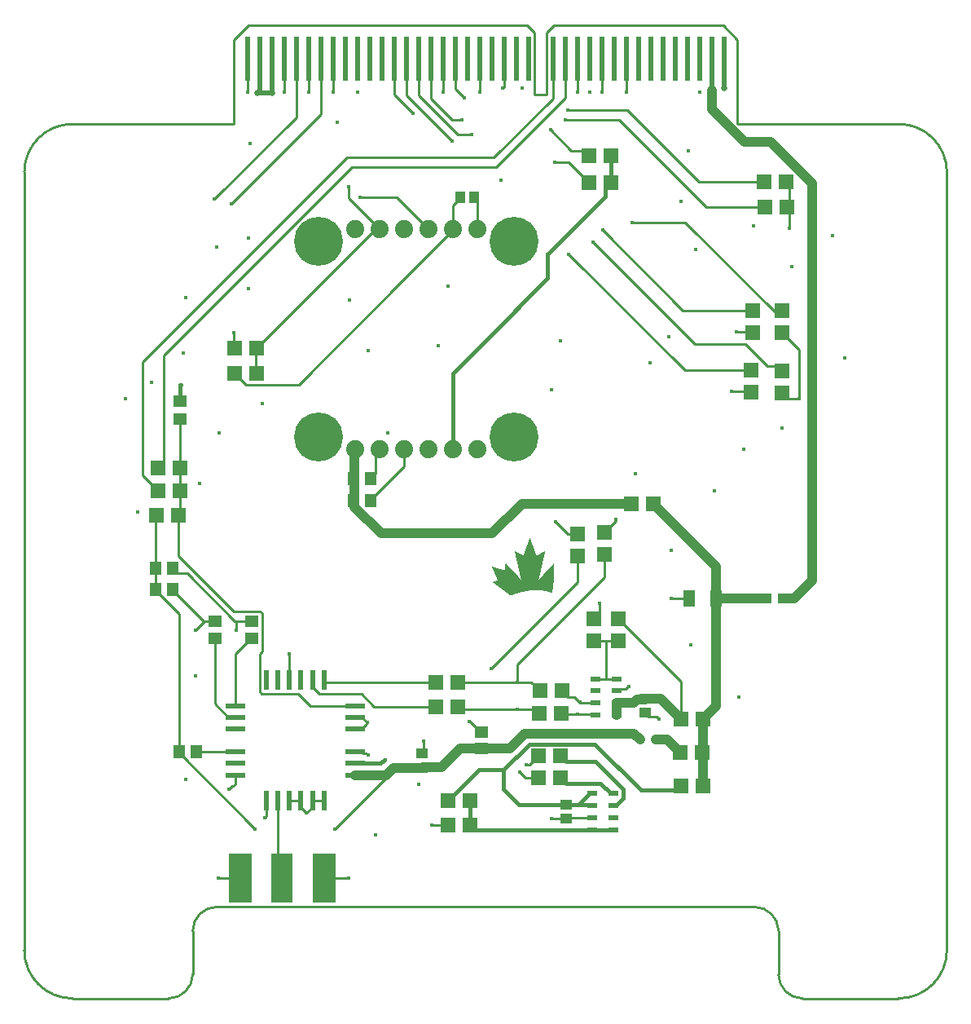
<source format=gbr>
%TF.GenerationSoftware,Altium Limited,Altium Designer,23.2.1 (34)*%
G04 Layer_Physical_Order=1*
G04 Layer_Color=39423*
%FSLAX45Y45*%
%MOMM*%
%TF.SameCoordinates,CECF9715-3839-4E6E-A075-D830FB70F3A2*%
%TF.FilePolarity,Positive*%
%TF.FileFunction,Copper,L1,Top,Signal*%
%TF.Part,Single*%
G01*
G75*
%TA.AperFunction,SMDPad,CuDef*%
%ADD10R,1.52400X1.52400*%
%ADD11R,1.52400X1.52400*%
%ADD12R,0.53000X4.57200*%
%ADD13R,1.30000X1.80000*%
%ADD14R,1.40000X1.20000*%
%ADD15R,1.05000X1.30000*%
%ADD16R,1.30000X1.05000*%
%ADD17R,0.60000X2.00000*%
%ADD18R,2.00000X0.60000*%
%ADD19R,1.10000X0.60000*%
%ADD20R,1.20000X1.40000*%
%ADD21R,1.09000X1.00000*%
%ADD22R,0.95000X0.70000*%
%ADD23R,2.41300X5.08000*%
%ADD24R,2.28600X5.08000*%
%TA.AperFunction,Conductor*%
%ADD25C,0.29337*%
%ADD26C,0.29300*%
%ADD27C,0.50000*%
%ADD28C,1.00000*%
%ADD29C,0.40600*%
%ADD30C,0.40640*%
%ADD31C,0.25400*%
%TA.AperFunction,NonConductor*%
%ADD32C,0.25400*%
%TA.AperFunction,ComponentPad*%
%ADD33C,5.08000*%
%ADD34C,1.87960*%
%TA.AperFunction,ViaPad*%
%ADD35C,0.44400*%
%ADD36C,0.63500*%
G36*
X5137950Y4459708D02*
Y4461094D01*
X5137256D01*
Y4464562D01*
X5136563D01*
Y4467335D01*
X5135870D01*
Y4470802D01*
X5135176D01*
Y4473576D01*
X5134483D01*
Y4476349D01*
X5133789D01*
Y4479816D01*
X5133096D01*
Y4482590D01*
X5132402D01*
Y4485364D01*
X5131709D01*
Y4488830D01*
X5131016D01*
Y4491604D01*
X5130322D01*
Y4494378D01*
X5129629D01*
Y4497845D01*
X5128935D01*
Y4500618D01*
X5128242D01*
Y4504085D01*
X5127549D01*
Y4506859D01*
X5126855D01*
Y4509633D01*
X5126162D01*
Y4513100D01*
X5125469D01*
Y4515873D01*
X5124775D01*
Y4518647D01*
X5124082D01*
Y4522114D01*
X5123388D01*
Y4524888D01*
X5122695D01*
Y4527661D01*
X5122001D01*
Y4531128D01*
X5121308D01*
Y4533902D01*
X5120615D01*
Y4537369D01*
X5119921D01*
Y4540142D01*
X5119228D01*
Y4542916D01*
X5118534D01*
Y4546383D01*
X5117841D01*
Y4549157D01*
X5117148D01*
Y4551930D01*
X5116454D01*
Y4555397D01*
X5115761D01*
Y4558171D01*
X5115067D01*
Y4560944D01*
X5114374D01*
Y4564411D01*
X5113681D01*
Y4567185D01*
X5112987D01*
Y4570652D01*
X5112294D01*
Y4573426D01*
X5111600D01*
Y4576199D01*
X5110907D01*
Y4579666D01*
X5110214D01*
Y4582440D01*
X5109520D01*
Y4585214D01*
X5108827D01*
Y4588681D01*
X5108133D01*
Y4591454D01*
X5107440D01*
Y4594228D01*
X5106746D01*
Y4597695D01*
X5106053D01*
Y4600469D01*
X5105360D01*
Y4603935D01*
X5104666D01*
Y4606709D01*
X5103973D01*
Y4609483D01*
X5103280D01*
Y4612950D01*
X5102586D01*
Y4615723D01*
X5101893D01*
Y4618497D01*
X5101199D01*
Y4621964D01*
X5100506D01*
Y4624738D01*
X5099813D01*
Y4627511D01*
X5099119D01*
Y4630978D01*
X5098426D01*
Y4633752D01*
X5097732D01*
Y4637219D01*
X5097039D01*
Y4639992D01*
X5096345D01*
Y4642766D01*
X5095652D01*
Y4645540D01*
X5097039D01*
Y4644846D01*
X5097732D01*
Y4644153D01*
X5099119D01*
Y4643460D01*
X5100506D01*
Y4642766D01*
X5101893D01*
Y4642073D01*
X5103280D01*
Y4641379D01*
X5104666D01*
Y4640686D01*
X5106053D01*
Y4639992D01*
X5107440D01*
Y4639299D01*
X5108827D01*
Y4638606D01*
X5109520D01*
Y4637912D01*
X5110907D01*
Y4637219D01*
X5112294D01*
Y4636525D01*
X5113681D01*
Y4635832D01*
X5115067D01*
Y4635139D01*
X5116454D01*
Y4634445D01*
X5117841D01*
Y4633752D01*
X5119228D01*
Y4633059D01*
X5120615D01*
Y4632365D01*
X5121308D01*
Y4631672D01*
X5122695D01*
Y4630978D01*
X5124082D01*
Y4630285D01*
X5125469D01*
Y4629591D01*
X5126855D01*
Y4628898D01*
X5128242D01*
Y4628205D01*
X5129629D01*
Y4627511D01*
X5131016D01*
Y4626818D01*
X5132402D01*
Y4626124D01*
X5133096D01*
Y4625431D01*
X5134483D01*
Y4624738D01*
X5135870D01*
Y4624044D01*
X5137256D01*
Y4623351D01*
X5138643D01*
Y4622658D01*
X5140030D01*
Y4621964D01*
X5141417D01*
Y4621271D01*
X5142804D01*
Y4620577D01*
X5144190D01*
Y4619884D01*
X5144884D01*
Y4619190D01*
X5146271D01*
Y4618497D01*
X5147657D01*
Y4617804D01*
X5149044D01*
Y4617110D01*
X5150431D01*
Y4616417D01*
X5151818D01*
Y4615723D01*
X5153205D01*
Y4615030D01*
X5154591D01*
Y4614336D01*
X5155978D01*
Y4613643D01*
X5156672D01*
Y4612950D01*
X5158059D01*
Y4612256D01*
X5159445D01*
Y4611563D01*
X5160832D01*
Y4610870D01*
X5162219D01*
Y4610176D01*
X5163606D01*
Y4609483D01*
X5164992D01*
Y4608789D01*
X5166379D01*
Y4608096D01*
X5167766D01*
Y4607403D01*
X5168460D01*
Y4606709D01*
X5169846D01*
Y4606016D01*
X5171233D01*
Y4605322D01*
X5172620D01*
Y4604629D01*
X5174007D01*
Y4603935D01*
X5175394D01*
Y4603242D01*
X5176780D01*
Y4602549D01*
X5178167D01*
Y4601855D01*
X5179554D01*
Y4601162D01*
X5180247D01*
Y4600469D01*
X5181634D01*
Y4599775D01*
X5183021D01*
Y4599082D01*
X5184408D01*
Y4598388D01*
X5185795D01*
Y4597695D01*
X5186488D01*
Y4598388D01*
X5187181D01*
Y4600469D01*
X5187875D01*
Y4602549D01*
X5188568D01*
Y4604629D01*
X5189262D01*
Y4606016D01*
X5189955D01*
Y4608096D01*
X5190648D01*
Y4610176D01*
X5191342D01*
Y4611563D01*
X5192035D01*
Y4613643D01*
X5192729D01*
Y4615723D01*
X5193422D01*
Y4617804D01*
X5194115D01*
Y4619190D01*
X5194809D01*
Y4621271D01*
X5195502D01*
Y4623351D01*
X5196196D01*
Y4624738D01*
X5196889D01*
Y4626818D01*
X5197582D01*
Y4628898D01*
X5198276D01*
Y4630978D01*
X5198969D01*
Y4632365D01*
X5199663D01*
Y4634445D01*
X5200356D01*
Y4636525D01*
X5201050D01*
Y4638606D01*
X5201743D01*
Y4639992D01*
X5202436D01*
Y4642073D01*
X5203130D01*
Y4644153D01*
X5203823D01*
Y4645540D01*
X5204516D01*
Y4647620D01*
X5205210D01*
Y4649700D01*
X5205903D01*
Y4651780D01*
X5206597D01*
Y4653167D01*
X5207290D01*
Y4655247D01*
X5207983D01*
Y4657327D01*
X5208677D01*
Y4658714D01*
X5209370D01*
Y4660795D01*
X5210064D01*
Y4662875D01*
X5210757D01*
Y4664955D01*
X5211451D01*
Y4666342D01*
X5212144D01*
Y4668422D01*
X5212837D01*
Y4670502D01*
X5213531D01*
Y4671889D01*
X5214224D01*
Y4673969D01*
X5214917D01*
Y4676050D01*
X5215611D01*
Y4678130D01*
X5216304D01*
Y4679516D01*
X5216998D01*
Y4681597D01*
X5217691D01*
Y4683677D01*
X5218385D01*
Y4685064D01*
X5219078D01*
Y4687144D01*
X5219771D01*
Y4689224D01*
X5220465D01*
Y4691304D01*
X5221158D01*
Y4692691D01*
X5221852D01*
Y4694771D01*
X5222545D01*
Y4696852D01*
X5223238D01*
Y4698932D01*
X5223932D01*
Y4700319D01*
X5224625D01*
Y4702399D01*
X5225318D01*
Y4704479D01*
X5226012D01*
Y4705866D01*
X5226705D01*
Y4707946D01*
X5227399D01*
Y4710026D01*
X5228092D01*
Y4712106D01*
X5228786D01*
Y4713493D01*
X5229479D01*
Y4715573D01*
X5230172D01*
Y4717654D01*
X5230866D01*
Y4719040D01*
X5231559D01*
Y4721121D01*
X5232253D01*
Y4723201D01*
X5232946D01*
Y4725281D01*
X5233639D01*
Y4726668D01*
X5234333D01*
Y4728748D01*
X5235026D01*
Y4730828D01*
X5235720D01*
Y4732215D01*
X5236413D01*
Y4734295D01*
X5237106D01*
Y4736376D01*
X5237800D01*
Y4738456D01*
X5238493D01*
Y4739843D01*
X5239187D01*
Y4741923D01*
X5239880D01*
Y4744003D01*
X5240573D01*
Y4746083D01*
X5241267D01*
Y4747470D01*
X5241960D01*
Y4749550D01*
X5242654D01*
Y4751630D01*
X5243347D01*
Y4753017D01*
X5244040D01*
Y4755097D01*
X5244734D01*
Y4757178D01*
X5245427D01*
Y4759258D01*
X5246121D01*
Y4760645D01*
X5246814D01*
Y4762725D01*
X5247507D01*
Y4764805D01*
X5248201D01*
Y4766192D01*
X5248894D01*
Y4768272D01*
X5249588D01*
Y4770352D01*
X5250281D01*
Y4772432D01*
X5250975D01*
Y4773819D01*
X5251668D01*
Y4775900D01*
X5252361D01*
Y4777980D01*
X5253055D01*
Y4779367D01*
X5253748D01*
Y4781447D01*
X5254441D01*
Y4782833D01*
X5255135D01*
Y4782140D01*
X5255828D01*
Y4780060D01*
X5256522D01*
Y4777980D01*
X5257215D01*
Y4775900D01*
X5257908D01*
Y4774513D01*
X5258602D01*
Y4772432D01*
X5259295D01*
Y4770352D01*
X5259989D01*
Y4768966D01*
X5260682D01*
Y4766885D01*
X5261376D01*
Y4764805D01*
X5262069D01*
Y4762725D01*
X5262762D01*
Y4761338D01*
X5263456D01*
Y4759258D01*
X5264149D01*
Y4757178D01*
X5264842D01*
Y4755791D01*
X5265536D01*
Y4753711D01*
X5266229D01*
Y4751630D01*
X5266923D01*
Y4749550D01*
X5267616D01*
Y4748163D01*
X5268310D01*
Y4746083D01*
X5269003D01*
Y4744003D01*
X5269696D01*
Y4742616D01*
X5270390D01*
Y4740536D01*
X5271083D01*
Y4738456D01*
X5271777D01*
Y4736376D01*
X5272470D01*
Y4734989D01*
X5273163D01*
Y4732908D01*
X5273857D01*
Y4730828D01*
X5274550D01*
Y4729442D01*
X5275243D01*
Y4727361D01*
X5275937D01*
Y4725281D01*
X5276630D01*
Y4723201D01*
X5277324D01*
Y4721814D01*
X5278017D01*
Y4719734D01*
X5278711D01*
Y4717654D01*
X5279404D01*
Y4715573D01*
X5280097D01*
Y4714187D01*
X5280791D01*
Y4712106D01*
X5281484D01*
Y4710026D01*
X5282178D01*
Y4708639D01*
X5282871D01*
Y4706559D01*
X5283564D01*
Y4704479D01*
X5284258D01*
Y4702399D01*
X5284951D01*
Y4701012D01*
X5285645D01*
Y4698932D01*
X5286338D01*
Y4696852D01*
X5287031D01*
Y4695465D01*
X5287725D01*
Y4693385D01*
X5288418D01*
Y4691304D01*
X5289112D01*
Y4689224D01*
X5289805D01*
Y4687837D01*
X5290498D01*
Y4685757D01*
X5291192D01*
Y4683677D01*
X5291885D01*
Y4682290D01*
X5292579D01*
Y4680210D01*
X5293272D01*
Y4678130D01*
X5293966D01*
Y4676050D01*
X5294659D01*
Y4674663D01*
X5295352D01*
Y4672582D01*
X5296046D01*
Y4670502D01*
X5296739D01*
Y4668422D01*
X5297432D01*
Y4667035D01*
X5298126D01*
Y4664955D01*
X5298819D01*
Y4662875D01*
X5299513D01*
Y4661488D01*
X5300206D01*
Y4659408D01*
X5300899D01*
Y4657327D01*
X5301593D01*
Y4655247D01*
X5302286D01*
Y4653861D01*
X5302980D01*
Y4651780D01*
X5303673D01*
Y4649700D01*
X5304367D01*
Y4648313D01*
X5305060D01*
Y4646233D01*
X5305753D01*
Y4644153D01*
X5306447D01*
Y4642073D01*
X5307140D01*
Y4640686D01*
X5307833D01*
Y4638606D01*
X5308527D01*
Y4636525D01*
X5309220D01*
Y4635139D01*
X5309914D01*
Y4633059D01*
X5310607D01*
Y4630978D01*
X5311301D01*
Y4628898D01*
X5311994D01*
Y4627511D01*
X5312687D01*
Y4625431D01*
X5313381D01*
Y4623351D01*
X5314074D01*
Y4621271D01*
X5314768D01*
Y4619884D01*
X5315461D01*
Y4617804D01*
X5316154D01*
Y4615723D01*
X5316848D01*
Y4614336D01*
X5317541D01*
Y4612256D01*
X5318234D01*
Y4610176D01*
X5318928D01*
Y4608096D01*
X5319621D01*
Y4606709D01*
X5320315D01*
Y4604629D01*
X5321008D01*
Y4602549D01*
X5321702D01*
Y4601162D01*
X5322395D01*
Y4599082D01*
X5323088D01*
Y4597695D01*
X5323782D01*
Y4598388D01*
X5325169D01*
Y4599082D01*
X5326556D01*
Y4599775D01*
X5327942D01*
Y4600469D01*
X5329329D01*
Y4601162D01*
X5330716D01*
Y4601855D01*
X5331409D01*
Y4602549D01*
X5332796D01*
Y4603242D01*
X5334183D01*
Y4603935D01*
X5335570D01*
Y4604629D01*
X5336957D01*
Y4605322D01*
X5338343D01*
Y4606016D01*
X5339730D01*
Y4606709D01*
X5341117D01*
Y4607403D01*
X5342504D01*
Y4608096D01*
X5343197D01*
Y4608789D01*
X5344584D01*
Y4609483D01*
X5345971D01*
Y4610176D01*
X5347358D01*
Y4610870D01*
X5348744D01*
Y4611563D01*
X5350131D01*
Y4612256D01*
X5351518D01*
Y4612950D01*
X5352905D01*
Y4613643D01*
X5354292D01*
Y4614336D01*
X5354985D01*
Y4615030D01*
X5356372D01*
Y4615723D01*
X5357759D01*
Y4616417D01*
X5359145D01*
Y4617110D01*
X5360532D01*
Y4617804D01*
X5361919D01*
Y4618497D01*
X5363306D01*
Y4619190D01*
X5364693D01*
Y4619884D01*
X5366079D01*
Y4620577D01*
X5366773D01*
Y4621271D01*
X5368160D01*
Y4621964D01*
X5369547D01*
Y4622658D01*
X5370933D01*
Y4623351D01*
X5372320D01*
Y4624044D01*
X5373707D01*
Y4624738D01*
X5375094D01*
Y4625431D01*
X5376480D01*
Y4626124D01*
X5377867D01*
Y4626818D01*
X5378561D01*
Y4627511D01*
X5379948D01*
Y4628205D01*
X5381334D01*
Y4628898D01*
X5382721D01*
Y4629591D01*
X5384108D01*
Y4630285D01*
X5385495D01*
Y4630978D01*
X5386882D01*
Y4631672D01*
X5388268D01*
Y4632365D01*
X5389655D01*
Y4633059D01*
X5390349D01*
Y4633752D01*
X5391735D01*
Y4634445D01*
X5393122D01*
Y4635139D01*
X5394509D01*
Y4635832D01*
X5395896D01*
Y4636525D01*
X5397283D01*
Y4637219D01*
X5398669D01*
Y4637912D01*
X5400056D01*
Y4638606D01*
X5401443D01*
Y4639299D01*
X5402136D01*
Y4639992D01*
X5403523D01*
Y4640686D01*
X5404910D01*
Y4641379D01*
X5406297D01*
Y4642073D01*
X5407684D01*
Y4642766D01*
X5409070D01*
Y4643460D01*
X5410457D01*
Y4644153D01*
X5411844D01*
Y4644846D01*
X5413231D01*
Y4645540D01*
X5413924D01*
Y4642073D01*
X5413231D01*
Y4639299D01*
X5412537D01*
Y4636525D01*
X5411844D01*
Y4633059D01*
X5411151D01*
Y4630285D01*
X5410457D01*
Y4627511D01*
X5409764D01*
Y4624044D01*
X5409070D01*
Y4621271D01*
X5408377D01*
Y4618497D01*
X5407684D01*
Y4615030D01*
X5406990D01*
Y4612256D01*
X5406297D01*
Y4608789D01*
X5405603D01*
Y4606016D01*
X5404910D01*
Y4603242D01*
X5404217D01*
Y4599775D01*
X5403523D01*
Y4597001D01*
X5402830D01*
Y4594228D01*
X5402136D01*
Y4590761D01*
X5401443D01*
Y4587987D01*
X5400750D01*
Y4585214D01*
X5400056D01*
Y4581747D01*
X5399363D01*
Y4578973D01*
X5398669D01*
Y4575506D01*
X5397976D01*
Y4572732D01*
X5397283D01*
Y4569959D01*
X5396589D01*
Y4566492D01*
X5395896D01*
Y4563718D01*
X5395202D01*
Y4560944D01*
X5394509D01*
Y4557478D01*
X5393815D01*
Y4554704D01*
X5393122D01*
Y4551930D01*
X5392429D01*
Y4548463D01*
X5391735D01*
Y4545690D01*
X5391042D01*
Y4542223D01*
X5390349D01*
Y4539449D01*
X5389655D01*
Y4536675D01*
X5388962D01*
Y4533208D01*
X5388268D01*
Y4530435D01*
X5387575D01*
Y4527661D01*
X5386882D01*
Y4524194D01*
X5386188D01*
Y4521420D01*
X5385495D01*
Y4518647D01*
X5384801D01*
Y4515180D01*
X5384108D01*
Y4512406D01*
X5383414D01*
Y4508939D01*
X5382721D01*
Y4506166D01*
X5382028D01*
Y4503392D01*
X5381334D01*
Y4499925D01*
X5380641D01*
Y4497152D01*
X5379948D01*
Y4494378D01*
X5379254D01*
Y4490911D01*
X5378561D01*
Y4488137D01*
X5377867D01*
Y4485364D01*
X5377174D01*
Y4481897D01*
X5376480D01*
Y4479123D01*
X5375787D01*
Y4476349D01*
X5375094D01*
Y4472882D01*
X5374400D01*
Y4470109D01*
X5373707D01*
Y4466642D01*
X5373013D01*
Y4463868D01*
X5372320D01*
Y4461094D01*
X5371627D01*
Y4457627D01*
X5370933D01*
Y4454854D01*
X5370240D01*
Y4452080D01*
X5369547D01*
Y4448613D01*
X5368853D01*
Y4445839D01*
X5368160D01*
Y4443066D01*
X5367466D01*
Y4439599D01*
X5366773D01*
Y4436825D01*
X5366079D01*
Y4433358D01*
X5365386D01*
Y4430585D01*
X5364693D01*
Y4427811D01*
X5363999D01*
Y4424344D01*
X5363306D01*
Y4421571D01*
X5362612D01*
Y4418797D01*
X5361919D01*
Y4415330D01*
X5361225D01*
Y4412556D01*
X5360532D01*
Y4409783D01*
X5359839D01*
Y4406316D01*
X5359145D01*
Y4403542D01*
X5358452D01*
Y4400075D01*
X5357759D01*
Y4397301D01*
X5357065D01*
Y4394528D01*
X5356372D01*
Y4391061D01*
X5355678D01*
Y4388287D01*
X5354985D01*
Y4385513D01*
X5354292D01*
Y4382046D01*
X5353598D01*
Y4379273D01*
X5352905D01*
Y4376499D01*
X5352211D01*
Y4373032D01*
X5351518D01*
Y4370259D01*
X5350824D01*
Y4366792D01*
X5350131D01*
Y4364018D01*
X5349438D01*
Y4361244D01*
X5348744D01*
Y4357777D01*
X5348051D01*
Y4355004D01*
X5347358D01*
Y4352230D01*
X5346664D01*
Y4348763D01*
X5345971D01*
Y4348070D01*
X5346664D01*
Y4348763D01*
X5347358D01*
Y4349457D01*
X5348051D01*
Y4350150D01*
X5348744D01*
Y4350843D01*
X5349438D01*
Y4351537D01*
X5350131D01*
Y4352230D01*
X5350824D01*
Y4352923D01*
X5351518D01*
Y4353617D01*
X5352211D01*
Y4354310D01*
X5352905D01*
Y4355004D01*
X5353598D01*
Y4355697D01*
X5354292D01*
Y4356391D01*
X5354985D01*
Y4357777D01*
X5355678D01*
Y4358471D01*
X5356372D01*
Y4359164D01*
X5357065D01*
Y4359858D01*
X5357759D01*
Y4360551D01*
X5358452D01*
Y4361244D01*
X5359145D01*
Y4361938D01*
X5359839D01*
Y4362631D01*
X5360532D01*
Y4363325D01*
X5361225D01*
Y4364018D01*
X5361919D01*
Y4364711D01*
X5362612D01*
Y4365405D01*
X5363306D01*
Y4366792D01*
X5363999D01*
Y4367485D01*
X5364693D01*
Y4368178D01*
X5365386D01*
Y4368872D01*
X5366079D01*
Y4369565D01*
X5366773D01*
Y4370259D01*
X5367466D01*
Y4370952D01*
X5368160D01*
Y4371645D01*
X5368853D01*
Y4372339D01*
X5369547D01*
Y4373032D01*
X5370240D01*
Y4373726D01*
X5370933D01*
Y4374419D01*
X5371627D01*
Y4375112D01*
X5372320D01*
Y4376499D01*
X5373013D01*
Y4377193D01*
X5373707D01*
Y4377886D01*
X5374400D01*
Y4378580D01*
X5375094D01*
Y4379273D01*
X5375787D01*
Y4379966D01*
X5376480D01*
Y4380660D01*
X5377174D01*
Y4381353D01*
X5377867D01*
Y4382046D01*
X5378561D01*
Y4382740D01*
X5379254D01*
Y4383433D01*
X5379948D01*
Y4384127D01*
X5380641D01*
Y4384820D01*
X5381334D01*
Y4386207D01*
X5382028D01*
Y4386900D01*
X5382721D01*
Y4387594D01*
X5383414D01*
Y4388287D01*
X5384108D01*
Y4388981D01*
X5384801D01*
Y4389674D01*
X5385495D01*
Y4390367D01*
X5386188D01*
Y4391061D01*
X5386882D01*
Y4391754D01*
X5387575D01*
Y4392447D01*
X5388268D01*
Y4393141D01*
X5388962D01*
Y4393834D01*
X5389655D01*
Y4394528D01*
X5390349D01*
Y4395914D01*
X5391042D01*
Y4396608D01*
X5391735D01*
Y4397301D01*
X5392429D01*
Y4397995D01*
X5393122D01*
Y4398688D01*
X5393815D01*
Y4399382D01*
X5394509D01*
Y4400075D01*
X5395202D01*
Y4400768D01*
X5395896D01*
Y4401462D01*
X5396589D01*
Y4402155D01*
X5397283D01*
Y4402848D01*
X5397976D01*
Y4403542D01*
X5398669D01*
Y4404929D01*
X5399363D01*
Y4405622D01*
X5400056D01*
Y4406316D01*
X5400750D01*
Y4407009D01*
X5401443D01*
Y4407702D01*
X5402136D01*
Y4408396D01*
X5402830D01*
Y4409089D01*
X5403523D01*
Y4409783D01*
X5404217D01*
Y4410476D01*
X5404910D01*
Y4411169D01*
X5405603D01*
Y4411863D01*
X5406297D01*
Y4412556D01*
X5406990D01*
Y4413250D01*
X5407684D01*
Y4414636D01*
X5408377D01*
Y4415330D01*
X5409070D01*
Y4416023D01*
X5409764D01*
Y4416717D01*
X5410457D01*
Y4417410D01*
X5411151D01*
Y4418103D01*
X5411844D01*
Y4418797D01*
X5412537D01*
Y4419490D01*
X5413231D01*
Y4420184D01*
X5413924D01*
Y4420877D01*
X5414618D01*
Y4421571D01*
X5415311D01*
Y4422264D01*
X5416004D01*
Y4422957D01*
X5416698D01*
Y4424344D01*
X5417391D01*
Y4425037D01*
X5418085D01*
Y4425731D01*
X5418778D01*
Y4426424D01*
X5419472D01*
Y4427118D01*
X5420165D01*
Y4427811D01*
X5420858D01*
Y4428504D01*
X5421552D01*
Y4429198D01*
X5422245D01*
Y4429891D01*
X5422938D01*
Y4430585D01*
X5423632D01*
Y4431278D01*
X5424325D01*
Y4431972D01*
X5425019D01*
Y4432665D01*
X5425712D01*
Y4434052D01*
X5426405D01*
Y4434745D01*
X5427099D01*
Y4435438D01*
X5427792D01*
Y4436132D01*
X5428486D01*
Y4436825D01*
X5429179D01*
Y4437519D01*
X5429873D01*
Y4438212D01*
X5430566D01*
Y4438906D01*
X5431259D01*
Y4439599D01*
X5431953D01*
Y4440292D01*
X5432646D01*
Y4440986D01*
X5433339D01*
Y4441679D01*
X5434033D01*
Y4442373D01*
X5434726D01*
Y4443759D01*
X5435420D01*
Y4444453D01*
X5436113D01*
Y4445146D01*
X5436807D01*
Y4445839D01*
X5437500D01*
Y4446533D01*
X5438193D01*
Y4447226D01*
X5438887D01*
Y4447920D01*
X5439580D01*
Y4448613D01*
X5440274D01*
Y4449307D01*
X5440967D01*
Y4450000D01*
X5441660D01*
Y4450693D01*
X5442354D01*
Y4451387D01*
X5443047D01*
Y4452774D01*
X5443741D01*
Y4453467D01*
X5444434D01*
Y4454161D01*
X5445127D01*
Y4454854D01*
X5445821D01*
Y4455547D01*
X5446514D01*
Y4456241D01*
X5447208D01*
Y4456934D01*
X5447901D01*
Y4457627D01*
X5448594D01*
Y4458321D01*
X5449288D01*
Y4459014D01*
X5449981D01*
Y4459708D01*
X5450675D01*
Y4460401D01*
X5451368D01*
Y4461094D01*
X5452061D01*
Y4462481D01*
X5452755D01*
Y4463175D01*
X5453448D01*
Y4463868D01*
X5454142D01*
Y4464562D01*
X5454835D01*
Y4465255D01*
X5455528D01*
Y4465948D01*
X5456222D01*
Y4466642D01*
X5456915D01*
Y4467335D01*
X5457609D01*
Y4468028D01*
X5458302D01*
Y4468722D01*
X5458995D01*
Y4469415D01*
X5459689D01*
Y4470109D01*
X5460382D01*
Y4470802D01*
X5461076D01*
Y4472189D01*
X5461769D01*
Y4472882D01*
X5462463D01*
Y4473576D01*
X5463156D01*
Y4474269D01*
X5463849D01*
Y4474963D01*
X5464543D01*
Y4475656D01*
X5465236D01*
Y4476349D01*
X5465929D01*
Y4477043D01*
X5466623D01*
Y4477736D01*
X5467316D01*
Y4478429D01*
X5468010D01*
Y4479123D01*
X5468703D01*
Y4479816D01*
X5469396D01*
Y4480510D01*
X5470090D01*
Y4481897D01*
X5470783D01*
Y4482590D01*
X5471477D01*
Y4483283D01*
X5472170D01*
Y4483977D01*
X5472864D01*
Y4484670D01*
X5473557D01*
Y4485364D01*
X5474250D01*
Y4486057D01*
X5474944D01*
Y4486750D01*
X5475637D01*
Y4487444D01*
X5476330D01*
Y4488137D01*
X5477024D01*
Y4488830D01*
X5477717D01*
Y4489524D01*
X5478411D01*
Y4490911D01*
X5479104D01*
Y4491604D01*
X5479798D01*
Y4492298D01*
X5480491D01*
Y4492991D01*
X5481184D01*
Y4493684D01*
X5481878D01*
Y4494378D01*
X5482571D01*
Y4495071D01*
X5483265D01*
Y4495765D01*
X5483958D01*
Y4496458D01*
X5484651D01*
Y4497152D01*
X5485345D01*
Y4497845D01*
X5486038D01*
Y4498538D01*
X5486731D01*
Y4499232D01*
X5487425D01*
Y4500618D01*
X5488118D01*
Y4501312D01*
X5488812D01*
Y4502005D01*
X5489505D01*
Y4502699D01*
X5490199D01*
Y4503392D01*
X5490892D01*
Y4504085D01*
X5491585D01*
Y4504779D01*
X5492279D01*
Y4505472D01*
X5492972D01*
Y4506166D01*
X5493666D01*
Y4506859D01*
X5494359D01*
Y4507553D01*
X5495053D01*
Y4508246D01*
X5495746D01*
Y4508939D01*
X5496439D01*
Y4510326D01*
X5497133D01*
Y4511019D01*
X5497826D01*
Y4511713D01*
X5498519D01*
Y4512406D01*
X5499213D01*
Y4513100D01*
X5499906D01*
Y4513793D01*
X5500600D01*
Y4514487D01*
X5501293D01*
Y4515180D01*
X5501986D01*
Y4515873D01*
X5502680D01*
Y4516567D01*
X5503373D01*
Y4517260D01*
X5504067D01*
Y4449307D01*
X5503373D01*
Y4405622D01*
X5502680D01*
Y4375112D01*
X5501986D01*
Y4350843D01*
X5501293D01*
Y4330735D01*
X5500600D01*
Y4317560D01*
X5499906D01*
Y4307159D01*
X5499213D01*
Y4299531D01*
X5498519D01*
Y4291904D01*
X5497826D01*
Y4285664D01*
X5497133D01*
Y4280116D01*
X5496439D01*
Y4274569D01*
X5495746D01*
Y4269022D01*
X5495053D01*
Y4264861D01*
X5494359D01*
Y4260007D01*
X5493666D01*
Y4255847D01*
X5492972D01*
Y4251687D01*
X5492279D01*
Y4247526D01*
X5491585D01*
Y4244059D01*
X5490892D01*
Y4240592D01*
X5490199D01*
Y4237125D01*
X5489505D01*
Y4233658D01*
X5488812D01*
Y4230191D01*
X5488118D01*
Y4227418D01*
X5487425D01*
Y4223950D01*
X5486731D01*
Y4221177D01*
X5486038D01*
Y4218403D01*
X5485345D01*
Y4214936D01*
X5484651D01*
Y4212163D01*
X5483958D01*
Y4210083D01*
X5481184D01*
Y4210776D01*
X5479798D01*
Y4211469D01*
X5477717D01*
Y4212163D01*
X5476330D01*
Y4212856D01*
X5474250D01*
Y4213549D01*
X5472170D01*
Y4214243D01*
X5470783D01*
Y4214936D01*
X5468703D01*
Y4215630D01*
X5466623D01*
Y4216323D01*
X5464543D01*
Y4217016D01*
X5462463D01*
Y4217710D01*
X5460382D01*
Y4218403D01*
X5458302D01*
Y4219097D01*
X5456222D01*
Y4219790D01*
X5454142D01*
Y4220484D01*
X5452061D01*
Y4221177D01*
X5449288D01*
Y4221870D01*
X5447208D01*
Y4222564D01*
X5445127D01*
Y4223257D01*
X5442354D01*
Y4223950D01*
X5440274D01*
Y4224644D01*
X5437500D01*
Y4225337D01*
X5434726D01*
Y4226031D01*
X5431953D01*
Y4226724D01*
X5429179D01*
Y4227418D01*
X5426405D01*
Y4228111D01*
X5423632D01*
Y4228804D01*
X5420165D01*
Y4229498D01*
X5417391D01*
Y4230191D01*
X5413924D01*
Y4230885D01*
X5410457D01*
Y4231578D01*
X5406297D01*
Y4232271D01*
X5402830D01*
Y4232965D01*
X5398669D01*
Y4233658D01*
X5394509D01*
Y4234351D01*
X5389655D01*
Y4235045D01*
X5384801D01*
Y4235738D01*
X5379254D01*
Y4236432D01*
X5373013D01*
Y4237125D01*
X5366079D01*
Y4237819D01*
X5357065D01*
Y4238512D01*
X5345277D01*
Y4239205D01*
X5298126D01*
Y4238512D01*
X5285645D01*
Y4237819D01*
X5276630D01*
Y4237125D01*
X5269003D01*
Y4236432D01*
X5262069D01*
Y4235738D01*
X5255828D01*
Y4235045D01*
X5250281D01*
Y4234351D01*
X5244734D01*
Y4233658D01*
X5239880D01*
Y4232965D01*
X5235026D01*
Y4232271D01*
X5230866D01*
Y4231578D01*
X5226012D01*
Y4230885D01*
X5221852D01*
Y4230191D01*
X5218385D01*
Y4229498D01*
X5214224D01*
Y4228804D01*
X5210757D01*
Y4228111D01*
X5206597D01*
Y4227418D01*
X5203130D01*
Y4226724D01*
X5199663D01*
Y4226031D01*
X5196196D01*
Y4225337D01*
X5193422D01*
Y4224644D01*
X5189955D01*
Y4223950D01*
X5186488D01*
Y4223257D01*
X5183714D01*
Y4222564D01*
X5180941D01*
Y4221870D01*
X5177474D01*
Y4221177D01*
X5174700D01*
Y4220484D01*
X5171926D01*
Y4219790D01*
X5169153D01*
Y4219097D01*
X5166379D01*
Y4218403D01*
X5163606D01*
Y4217710D01*
X5160832D01*
Y4217016D01*
X5158059D01*
Y4216323D01*
X5155285D01*
Y4215630D01*
X5152511D01*
Y4214936D01*
X5150431D01*
Y4214243D01*
X5147657D01*
Y4213549D01*
X5144884D01*
Y4212856D01*
X5142804D01*
Y4212163D01*
X5140030D01*
Y4211469D01*
X5137950D01*
Y4210776D01*
X5135176D01*
Y4210083D01*
X5133096D01*
Y4209389D01*
X5130322D01*
Y4208696D01*
X5128242D01*
Y4208002D01*
X5126162D01*
Y4207309D01*
X5123388D01*
Y4206615D01*
X5121308D01*
Y4205922D01*
X5119228D01*
Y4205229D01*
X5117148D01*
Y4204535D01*
X5114374D01*
Y4203842D01*
X5112294D01*
Y4203148D01*
X5110214D01*
Y4202455D01*
X5108133D01*
Y4201762D01*
X5106053D01*
Y4201068D01*
X5103973D01*
Y4200375D01*
X5101893D01*
Y4199681D01*
X5099813D01*
Y4198988D01*
X5097732D01*
Y4198295D01*
X5095652D01*
Y4197601D01*
X5093572D01*
Y4196908D01*
X5091492D01*
Y4196214D01*
X5089411D01*
Y4195521D01*
X5087331D01*
Y4194828D01*
X5085251D01*
Y4194134D01*
X5083171D01*
Y4193441D01*
X5081784D01*
Y4192747D01*
X5079704D01*
Y4192054D01*
X5077624D01*
Y4191361D01*
X5075543D01*
Y4190667D01*
X5073463D01*
Y4189974D01*
X5072076D01*
Y4189280D01*
X5069996D01*
Y4188587D01*
X5067916D01*
Y4187894D01*
X5066529D01*
Y4187200D01*
X5064449D01*
Y4186507D01*
X5062369D01*
Y4185813D01*
X5060982D01*
Y4185120D01*
X5058902D01*
Y4184426D01*
X5056821D01*
Y4183733D01*
X5055435D01*
Y4183040D01*
X5052661D01*
Y4183733D01*
X5051968D01*
Y4184426D01*
X5050581D01*
Y4185120D01*
X5049888D01*
Y4185813D01*
X5049194D01*
Y4186507D01*
X5047807D01*
Y4187200D01*
X5047114D01*
Y4187894D01*
X5046420D01*
Y4188587D01*
X5045034D01*
Y4189280D01*
X5044340D01*
Y4189974D01*
X5043647D01*
Y4190667D01*
X5042260D01*
Y4191361D01*
X5041567D01*
Y4192054D01*
X5040873D01*
Y4192747D01*
X5039486D01*
Y4193441D01*
X5038793D01*
Y4194134D01*
X5037406D01*
Y4194828D01*
X5036713D01*
Y4195521D01*
X5036019D01*
Y4196214D01*
X5034633D01*
Y4196908D01*
X5033939D01*
Y4197601D01*
X5033246D01*
Y4198295D01*
X5031859D01*
Y4198988D01*
X5031166D01*
Y4199681D01*
X5030472D01*
Y4200375D01*
X5029085D01*
Y4201068D01*
X5028392D01*
Y4201762D01*
X5027699D01*
Y4202455D01*
X5026312D01*
Y4203148D01*
X5025618D01*
Y4203842D01*
X5024925D01*
Y4204535D01*
X5023538D01*
Y4205229D01*
X5022845D01*
Y4205922D01*
X5022151D01*
Y4206615D01*
X5020765D01*
Y4207309D01*
X5020071D01*
Y4208002D01*
X5019378D01*
Y4208696D01*
X5017991D01*
Y4209389D01*
X5017298D01*
Y4210083D01*
X5016604D01*
Y4210776D01*
X5015217D01*
Y4211469D01*
X5014524D01*
Y4212163D01*
X5013830D01*
Y4212856D01*
X5012444D01*
Y4213549D01*
X5011750D01*
Y4214243D01*
X5011057D01*
Y4214936D01*
X5009670D01*
Y4215630D01*
X5008977D01*
Y4216323D01*
X5008283D01*
Y4217016D01*
X5006897D01*
Y4217710D01*
X5006203D01*
Y4218403D01*
X5005510D01*
Y4219097D01*
X5004123D01*
Y4219790D01*
X5003429D01*
Y4220484D01*
X5002736D01*
Y4221177D01*
X5001349D01*
Y4221870D01*
X5000656D01*
Y4222564D01*
X4999963D01*
Y4223257D01*
X4998576D01*
Y4223950D01*
X4997882D01*
Y4224644D01*
X4997189D01*
Y4225337D01*
X4995802D01*
Y4226031D01*
X4995109D01*
Y4226724D01*
X4994415D01*
Y4227418D01*
X4993028D01*
Y4228111D01*
X4992335D01*
Y4228804D01*
X4991642D01*
Y4229498D01*
X4990255D01*
Y4230191D01*
X4989562D01*
Y4230885D01*
X4988175D01*
Y4231578D01*
X4987481D01*
Y4232271D01*
X4986788D01*
Y4232965D01*
X4985401D01*
Y4233658D01*
X4984708D01*
Y4234351D01*
X4984014D01*
Y4235045D01*
X4982627D01*
Y4235738D01*
X4981934D01*
Y4236432D01*
X4981240D01*
Y4237125D01*
X4979854D01*
Y4237819D01*
X4979160D01*
Y4238512D01*
X4978467D01*
Y4239205D01*
X4977080D01*
Y4239899D01*
X4976387D01*
Y4240592D01*
X4975693D01*
Y4241286D01*
X4974307D01*
Y4241979D01*
X4973613D01*
Y4242672D01*
X4972920D01*
Y4243366D01*
X4971533D01*
Y4244059D01*
X4970839D01*
Y4244752D01*
X4970146D01*
Y4245446D01*
X4968759D01*
Y4246139D01*
X4968066D01*
Y4246833D01*
X4967373D01*
Y4247526D01*
X4965986D01*
Y4248220D01*
X4965292D01*
Y4248913D01*
X4964599D01*
Y4249606D01*
X4963212D01*
Y4250300D01*
X4962519D01*
Y4250993D01*
X4961825D01*
Y4251687D01*
X4960438D01*
Y4252380D01*
X4959745D01*
Y4253074D01*
X4959052D01*
Y4253767D01*
X4957665D01*
Y4254460D01*
X4956972D01*
Y4255154D01*
X4956278D01*
Y4255847D01*
X4954891D01*
Y4256540D01*
X4954198D01*
Y4257234D01*
X4953504D01*
Y4257927D01*
X4952118D01*
Y4258621D01*
X4951424D01*
Y4259314D01*
X4950731D01*
Y4260007D01*
X4949344D01*
Y4260701D01*
X4948651D01*
Y4261394D01*
X4947957D01*
Y4262088D01*
X4946570D01*
Y4262781D01*
X4945877D01*
Y4263475D01*
X4945184D01*
Y4264168D01*
X4943797D01*
Y4264861D01*
X4943103D01*
Y4265555D01*
X4942410D01*
Y4266248D01*
X4941023D01*
Y4266941D01*
X4940330D01*
Y4267635D01*
X4939636D01*
Y4268328D01*
X4938249D01*
Y4269022D01*
X4937556D01*
Y4269715D01*
X4936169D01*
Y4270409D01*
X4935476D01*
Y4271102D01*
X4934783D01*
Y4271795D01*
X4933396D01*
Y4272489D01*
X4932702D01*
Y4273182D01*
X4932009D01*
Y4273876D01*
X4930622D01*
Y4274569D01*
X4929929D01*
Y4275262D01*
X4929235D01*
Y4275956D01*
X4927848D01*
Y4276649D01*
X4927155D01*
Y4277342D01*
X4926462D01*
Y4278036D01*
X4925075D01*
Y4278729D01*
X4924382D01*
Y4279423D01*
X4923688D01*
Y4280116D01*
X4922301D01*
Y4280810D01*
X4921608D01*
Y4281503D01*
X4920914D01*
Y4282196D01*
X4919528D01*
Y4282890D01*
X4918834D01*
Y4283583D01*
X4918141D01*
Y4284277D01*
X4916754D01*
Y4284970D01*
X4916061D01*
Y4285664D01*
X4915367D01*
Y4286357D01*
X4913981D01*
Y4287050D01*
X4913287D01*
Y4287744D01*
X4912594D01*
Y4288437D01*
X4911207D01*
Y4289130D01*
X4910513D01*
Y4289824D01*
X4909820D01*
Y4290517D01*
X4908433D01*
Y4291211D01*
X4907740D01*
Y4291904D01*
X4907046D01*
Y4292597D01*
X4905660D01*
Y4293291D01*
X4904966D01*
Y4293984D01*
X4904273D01*
Y4294678D01*
X4902886D01*
Y4295371D01*
X4902193D01*
Y4296065D01*
X4901499D01*
Y4296758D01*
X4900112D01*
Y4297451D01*
X4899419D01*
Y4298145D01*
X4898726D01*
Y4298838D01*
X4897339D01*
Y4299531D01*
X4896645D01*
Y4300225D01*
X4895952D01*
Y4300918D01*
X4894565D01*
Y4301612D01*
X4893872D01*
Y4302305D01*
X4893178D01*
Y4302999D01*
X4891792D01*
Y4303692D01*
X4891098D01*
Y4304385D01*
X4890405D01*
Y4305079D01*
X4889018D01*
Y4305772D01*
X4888324D01*
Y4306466D01*
X4887631D01*
Y4307159D01*
X4886244D01*
Y4307852D01*
X4885551D01*
Y4308546D01*
X4884164D01*
Y4309239D01*
X4883471D01*
Y4309932D01*
X4882777D01*
Y4310626D01*
X4881391D01*
Y4311319D01*
X4880697D01*
Y4312013D01*
X4880004D01*
Y4312706D01*
X4878617D01*
Y4313400D01*
X4877923D01*
Y4314093D01*
X4877230D01*
Y4314786D01*
X4875843D01*
Y4315480D01*
X4875150D01*
Y4316173D01*
X4874457D01*
Y4316867D01*
X4873070D01*
Y4317560D01*
X4872376D01*
Y4318253D01*
X4871683D01*
Y4318947D01*
X4870296D01*
Y4319640D01*
X4869603D01*
Y4320333D01*
X4868909D01*
Y4321027D01*
X4867522D01*
Y4321720D01*
X4866829D01*
Y4322414D01*
X4866136D01*
Y4323107D01*
X4864749D01*
Y4323801D01*
X4864056D01*
Y4324494D01*
X4866136D01*
Y4325187D01*
X4868909D01*
Y4325881D01*
X4870989D01*
Y4326574D01*
X4873763D01*
Y4327268D01*
X4876537D01*
Y4327961D01*
X4878617D01*
Y4328655D01*
X4881391D01*
Y4329348D01*
X4884164D01*
Y4330041D01*
X4886244D01*
Y4330735D01*
X4889018D01*
Y4331428D01*
X4891792D01*
Y4332121D01*
X4893872D01*
Y4332815D01*
X4896645D01*
Y4333508D01*
X4899419D01*
Y4334202D01*
X4901499D01*
Y4334895D01*
X4904273D01*
Y4335588D01*
X4907046D01*
Y4336282D01*
X4909127D01*
Y4336975D01*
X4911900D01*
Y4337669D01*
X4914674D01*
Y4338362D01*
X4916754D01*
Y4339056D01*
X4919528D01*
Y4339749D01*
X4920221D01*
Y4340442D01*
X4919528D01*
Y4341829D01*
X4918834D01*
Y4343216D01*
X4918141D01*
Y4345296D01*
X4917447D01*
Y4346683D01*
X4916754D01*
Y4348070D01*
X4916061D01*
Y4350150D01*
X4915367D01*
Y4351537D01*
X4914674D01*
Y4353617D01*
X4913981D01*
Y4355004D01*
X4913287D01*
Y4356391D01*
X4912594D01*
Y4358471D01*
X4911900D01*
Y4359858D01*
X4911207D01*
Y4361244D01*
X4910513D01*
Y4363325D01*
X4909820D01*
Y4364711D01*
X4909127D01*
Y4366098D01*
X4908433D01*
Y4368178D01*
X4907740D01*
Y4369565D01*
X4907046D01*
Y4371645D01*
X4906353D01*
Y4373032D01*
X4905660D01*
Y4374419D01*
X4904966D01*
Y4376499D01*
X4904273D01*
Y4377886D01*
X4903579D01*
Y4379273D01*
X4902886D01*
Y4381353D01*
X4902193D01*
Y4382740D01*
X4901499D01*
Y4384127D01*
X4900806D01*
Y4386207D01*
X4900112D01*
Y4387594D01*
X4899419D01*
Y4389674D01*
X4898726D01*
Y4391061D01*
X4898032D01*
Y4392447D01*
X4897339D01*
Y4394528D01*
X4896645D01*
Y4395914D01*
X4895952D01*
Y4397301D01*
X4895259D01*
Y4399382D01*
X4894565D01*
Y4400768D01*
X4893872D01*
Y4402155D01*
X4893178D01*
Y4404235D01*
X4892485D01*
Y4405622D01*
X4891792D01*
Y4407702D01*
X4891098D01*
Y4409089D01*
X4890405D01*
Y4410476D01*
X4889711D01*
Y4412556D01*
X4889018D01*
Y4413943D01*
X4888324D01*
Y4415330D01*
X4887631D01*
Y4417410D01*
X4886938D01*
Y4418797D01*
X4886244D01*
Y4420184D01*
X4885551D01*
Y4422264D01*
X4884858D01*
Y4423651D01*
X4884164D01*
Y4425731D01*
X4883471D01*
Y4427118D01*
X4882777D01*
Y4428504D01*
X4882084D01*
Y4430585D01*
X4881391D01*
Y4431972D01*
X4880697D01*
Y4433358D01*
X4880004D01*
Y4435438D01*
X4879310D01*
Y4436825D01*
X4878617D01*
Y4438212D01*
X4877923D01*
Y4440292D01*
X4877230D01*
Y4441679D01*
X4876537D01*
Y4443759D01*
X4875843D01*
Y4445146D01*
X4875150D01*
Y4446533D01*
X4874457D01*
Y4448613D01*
X4873763D01*
Y4450000D01*
X4873070D01*
Y4451387D01*
X4872376D01*
Y4453467D01*
X4871683D01*
Y4454854D01*
X4870989D01*
Y4456241D01*
X4870296D01*
Y4458321D01*
X4869603D01*
Y4459708D01*
X4868909D01*
Y4461788D01*
X4868216D01*
Y4463175D01*
X4867522D01*
Y4464562D01*
X4866829D01*
Y4466642D01*
X4866136D01*
Y4468028D01*
X4865442D01*
Y4469415D01*
X4864749D01*
Y4471496D01*
X4864056D01*
Y4472882D01*
X4863362D01*
Y4474269D01*
X4862669D01*
Y4476349D01*
X4861975D01*
Y4477736D01*
X4861282D01*
Y4479816D01*
X4860588D01*
Y4481203D01*
X4859895D01*
Y4482590D01*
X4859202D01*
Y4483977D01*
X4860588D01*
Y4483283D01*
X4863362D01*
Y4482590D01*
X4865442D01*
Y4481897D01*
X4868216D01*
Y4481203D01*
X4870296D01*
Y4480510D01*
X4873070D01*
Y4479816D01*
X4875150D01*
Y4479123D01*
X4877230D01*
Y4478429D01*
X4880004D01*
Y4477736D01*
X4882084D01*
Y4477043D01*
X4884858D01*
Y4476349D01*
X4886938D01*
Y4475656D01*
X4889711D01*
Y4474963D01*
X4891792D01*
Y4474269D01*
X4893872D01*
Y4473576D01*
X4896645D01*
Y4472882D01*
X4898726D01*
Y4472189D01*
X4901499D01*
Y4471496D01*
X4903579D01*
Y4470802D01*
X4906353D01*
Y4470109D01*
X4908433D01*
Y4469415D01*
X4910513D01*
Y4468722D01*
X4913287D01*
Y4468028D01*
X4915367D01*
Y4467335D01*
X4918141D01*
Y4466642D01*
X4920221D01*
Y4465948D01*
X4922995D01*
Y4465255D01*
X4925075D01*
Y4464562D01*
X4927848D01*
Y4463868D01*
X4929929D01*
Y4463175D01*
X4932009D01*
Y4462481D01*
X4934783D01*
Y4461788D01*
X4936863D01*
Y4461094D01*
X4939636D01*
Y4460401D01*
X4941717D01*
Y4459708D01*
X4944490D01*
Y4459014D01*
X4946570D01*
Y4458321D01*
X4948651D01*
Y4457627D01*
X4951424D01*
Y4456934D01*
X4953504D01*
Y4456241D01*
X4956278D01*
Y4455547D01*
X4958358D01*
Y4454854D01*
X4961132D01*
Y4454161D01*
X4963212D01*
Y4453467D01*
X4965292D01*
Y4452774D01*
X4968066D01*
Y4452080D01*
X4970146D01*
Y4451387D01*
X4972920D01*
Y4450693D01*
X4975000D01*
Y4450000D01*
X4977774D01*
Y4449307D01*
X4979854D01*
Y4448613D01*
X4981934D01*
Y4447920D01*
X4984708D01*
Y4447226D01*
X4986788D01*
Y4446533D01*
X4989562D01*
Y4445839D01*
X4991642D01*
Y4448613D01*
X4992335D01*
Y4453467D01*
X4993028D01*
Y4459014D01*
X4993722D01*
Y4463868D01*
X4994415D01*
Y4468722D01*
X4995109D01*
Y4473576D01*
X4995802D01*
Y4478429D01*
X4996495D01*
Y4483977D01*
X4997189D01*
Y4488830D01*
X4997882D01*
Y4493684D01*
X4998576D01*
Y4498538D01*
X4999269D01*
Y4504085D01*
X4999963D01*
Y4508939D01*
X5000656D01*
Y4513793D01*
X5001349D01*
Y4518647D01*
X5002043D01*
Y4521420D01*
X5002736D01*
Y4520727D01*
X5003429D01*
Y4520034D01*
X5004123D01*
Y4519340D01*
X5004816D01*
Y4518647D01*
X5005510D01*
Y4517954D01*
X5006203D01*
Y4516567D01*
X5006897D01*
Y4515873D01*
X5007590D01*
Y4515180D01*
X5008283D01*
Y4514487D01*
X5008977D01*
Y4513793D01*
X5009670D01*
Y4513100D01*
X5010364D01*
Y4512406D01*
X5011057D01*
Y4511713D01*
X5011750D01*
Y4511019D01*
X5012444D01*
Y4510326D01*
X5013137D01*
Y4509633D01*
X5013830D01*
Y4508939D01*
X5014524D01*
Y4507553D01*
X5015217D01*
Y4506859D01*
X5015911D01*
Y4506166D01*
X5016604D01*
Y4505472D01*
X5017298D01*
Y4504779D01*
X5017991D01*
Y4504085D01*
X5018684D01*
Y4503392D01*
X5019378D01*
Y4502699D01*
X5020071D01*
Y4502005D01*
X5020765D01*
Y4501312D01*
X5021458D01*
Y4500618D01*
X5022151D01*
Y4499925D01*
X5022845D01*
Y4499232D01*
X5023538D01*
Y4497845D01*
X5024232D01*
Y4497152D01*
X5024925D01*
Y4496458D01*
X5025618D01*
Y4495765D01*
X5026312D01*
Y4495071D01*
X5027005D01*
Y4494378D01*
X5027699D01*
Y4493684D01*
X5028392D01*
Y4492991D01*
X5029085D01*
Y4492298D01*
X5029779D01*
Y4491604D01*
X5030472D01*
Y4490911D01*
X5031166D01*
Y4490217D01*
X5031859D01*
Y4489524D01*
X5032553D01*
Y4488137D01*
X5033246D01*
Y4487444D01*
X5033939D01*
Y4486750D01*
X5034633D01*
Y4486057D01*
X5035326D01*
Y4485364D01*
X5036019D01*
Y4484670D01*
X5036713D01*
Y4483977D01*
X5037406D01*
Y4483283D01*
X5038100D01*
Y4482590D01*
X5038793D01*
Y4481897D01*
X5039486D01*
Y4481203D01*
X5040180D01*
Y4480510D01*
X5040873D01*
Y4479816D01*
X5041567D01*
Y4478429D01*
X5042260D01*
Y4477736D01*
X5042954D01*
Y4477043D01*
X5043647D01*
Y4476349D01*
X5044340D01*
Y4475656D01*
X5045034D01*
Y4474963D01*
X5045727D01*
Y4474269D01*
X5046420D01*
Y4473576D01*
X5047114D01*
Y4472882D01*
X5047807D01*
Y4472189D01*
X5048501D01*
Y4471496D01*
X5049194D01*
Y4470802D01*
X5049888D01*
Y4470109D01*
X5050581D01*
Y4468722D01*
X5051274D01*
Y4468028D01*
X5051968D01*
Y4467335D01*
X5052661D01*
Y4466642D01*
X5053355D01*
Y4465948D01*
X5054048D01*
Y4465255D01*
X5054741D01*
Y4464562D01*
X5055435D01*
Y4463868D01*
X5056128D01*
Y4463175D01*
X5056821D01*
Y4462481D01*
X5057515D01*
Y4461788D01*
X5058208D01*
Y4461094D01*
X5058902D01*
Y4459708D01*
X5059595D01*
Y4459014D01*
X5060289D01*
Y4458321D01*
X5060982D01*
Y4457627D01*
X5061675D01*
Y4456934D01*
X5062369D01*
Y4456241D01*
X5063062D01*
Y4455547D01*
X5063756D01*
Y4454854D01*
X5064449D01*
Y4454161D01*
X5065142D01*
Y4453467D01*
X5065836D01*
Y4452774D01*
X5066529D01*
Y4452080D01*
X5067223D01*
Y4451387D01*
X5067916D01*
Y4450000D01*
X5068609D01*
Y4449307D01*
X5069303D01*
Y4448613D01*
X5069996D01*
Y4447920D01*
X5070690D01*
Y4447226D01*
X5071383D01*
Y4446533D01*
X5072076D01*
Y4445839D01*
X5072770D01*
Y4445146D01*
X5073463D01*
Y4444453D01*
X5074157D01*
Y4443759D01*
X5074850D01*
Y4443066D01*
X5075543D01*
Y4442373D01*
X5076237D01*
Y4441679D01*
X5076930D01*
Y4440292D01*
X5077624D01*
Y4439599D01*
X5078317D01*
Y4438906D01*
X5079010D01*
Y4438212D01*
X5079704D01*
Y4437519D01*
X5080397D01*
Y4436825D01*
X5081091D01*
Y4436132D01*
X5081784D01*
Y4435438D01*
X5082478D01*
Y4434745D01*
X5083171D01*
Y4434052D01*
X5083864D01*
Y4433358D01*
X5084558D01*
Y4432665D01*
X5085251D01*
Y4431972D01*
X5085944D01*
Y4430585D01*
X5086638D01*
Y4429891D01*
X5087331D01*
Y4429198D01*
X5088025D01*
Y4428504D01*
X5088718D01*
Y4427811D01*
X5089411D01*
Y4427118D01*
X5090105D01*
Y4426424D01*
X5090798D01*
Y4425731D01*
X5091492D01*
Y4425037D01*
X5092185D01*
Y4424344D01*
X5092879D01*
Y4423651D01*
X5093572D01*
Y4422957D01*
X5094265D01*
Y4421571D01*
X5094959D01*
Y4420877D01*
X5095652D01*
Y4420184D01*
X5096345D01*
Y4419490D01*
X5097039D01*
Y4418797D01*
X5097732D01*
Y4418103D01*
X5098426D01*
Y4417410D01*
X5099119D01*
Y4416717D01*
X5099813D01*
Y4416023D01*
X5100506D01*
Y4415330D01*
X5101199D01*
Y4414636D01*
X5101893D01*
Y4413943D01*
X5102586D01*
Y4413250D01*
X5103280D01*
Y4411863D01*
X5103973D01*
Y4411169D01*
X5104666D01*
Y4410476D01*
X5105360D01*
Y4409783D01*
X5106053D01*
Y4409089D01*
X5106746D01*
Y4408396D01*
X5107440D01*
Y4407702D01*
X5108133D01*
Y4407009D01*
X5108827D01*
Y4406316D01*
X5109520D01*
Y4405622D01*
X5110214D01*
Y4404929D01*
X5110907D01*
Y4404235D01*
X5111600D01*
Y4403542D01*
X5112294D01*
Y4402155D01*
X5112987D01*
Y4401462D01*
X5113681D01*
Y4400768D01*
X5114374D01*
Y4400075D01*
X5115067D01*
Y4399382D01*
X5115761D01*
Y4398688D01*
X5116454D01*
Y4397995D01*
X5117148D01*
Y4397301D01*
X5117841D01*
Y4396608D01*
X5118534D01*
Y4395914D01*
X5119228D01*
Y4395221D01*
X5119921D01*
Y4394528D01*
X5120615D01*
Y4393834D01*
X5121308D01*
Y4392447D01*
X5122001D01*
Y4391754D01*
X5122695D01*
Y4391061D01*
X5123388D01*
Y4390367D01*
X5124082D01*
Y4389674D01*
X5124775D01*
Y4388981D01*
X5125469D01*
Y4388287D01*
X5126162D01*
Y4387594D01*
X5126855D01*
Y4386900D01*
X5127549D01*
Y4386207D01*
X5128242D01*
Y4385513D01*
X5128935D01*
Y4384820D01*
X5129629D01*
Y4383433D01*
X5130322D01*
Y4382740D01*
X5131016D01*
Y4382046D01*
X5131709D01*
Y4381353D01*
X5132402D01*
Y4380660D01*
X5133096D01*
Y4379966D01*
X5133789D01*
Y4379273D01*
X5134483D01*
Y4378580D01*
X5135176D01*
Y4377886D01*
X5135870D01*
Y4377193D01*
X5136563D01*
Y4376499D01*
X5137256D01*
Y4375806D01*
X5137950D01*
Y4375112D01*
X5138643D01*
Y4373726D01*
X5139336D01*
Y4373032D01*
X5140030D01*
Y4372339D01*
X5140723D01*
Y4371645D01*
X5141417D01*
Y4370952D01*
X5142110D01*
Y4370259D01*
X5142804D01*
Y4369565D01*
X5143497D01*
Y4368872D01*
X5144190D01*
Y4368178D01*
X5144884D01*
Y4367485D01*
X5145577D01*
Y4366792D01*
X5146271D01*
Y4366098D01*
X5146964D01*
Y4365405D01*
X5147657D01*
Y4364018D01*
X5148351D01*
Y4363325D01*
X5149044D01*
Y4362631D01*
X5149737D01*
Y4361938D01*
X5150431D01*
Y4361244D01*
X5151124D01*
Y4360551D01*
X5151818D01*
Y4359858D01*
X5152511D01*
Y4359164D01*
X5153205D01*
Y4358471D01*
X5153898D01*
Y4357777D01*
X5154591D01*
Y4357084D01*
X5155285D01*
Y4356391D01*
X5155978D01*
Y4355697D01*
X5156672D01*
Y4354310D01*
X5157365D01*
Y4353617D01*
X5158059D01*
Y4352923D01*
X5158752D01*
Y4352230D01*
X5159445D01*
Y4351537D01*
X5160139D01*
Y4350843D01*
X5160832D01*
Y4350150D01*
X5161525D01*
Y4349457D01*
X5162219D01*
Y4348763D01*
X5162912D01*
Y4348070D01*
X5163606D01*
Y4349457D01*
X5162912D01*
Y4352230D01*
X5162219D01*
Y4355697D01*
X5161525D01*
Y4358471D01*
X5160832D01*
Y4361244D01*
X5160139D01*
Y4364711D01*
X5159445D01*
Y4367485D01*
X5158752D01*
Y4370952D01*
X5158059D01*
Y4373726D01*
X5157365D01*
Y4376499D01*
X5156672D01*
Y4379966D01*
X5155978D01*
Y4382740D01*
X5155285D01*
Y4385513D01*
X5154591D01*
Y4388981D01*
X5153898D01*
Y4391754D01*
X5153205D01*
Y4394528D01*
X5152511D01*
Y4397995D01*
X5151818D01*
Y4400768D01*
X5151124D01*
Y4404235D01*
X5150431D01*
Y4407009D01*
X5149737D01*
Y4409783D01*
X5149044D01*
Y4413250D01*
X5148351D01*
Y4416023D01*
X5147657D01*
Y4418797D01*
X5146964D01*
Y4422264D01*
X5146271D01*
Y4425037D01*
X5145577D01*
Y4427811D01*
X5144884D01*
Y4431278D01*
X5144190D01*
Y4434052D01*
X5143497D01*
Y4437519D01*
X5142804D01*
Y4440292D01*
X5142110D01*
Y4443066D01*
X5141417D01*
Y4446533D01*
X5140723D01*
Y4449307D01*
X5140030D01*
Y4452080D01*
X5139336D01*
Y4455547D01*
X5138643D01*
Y4458321D01*
X5137950D01*
Y4459014D01*
Y4459708D01*
D02*
G37*
D10*
X5918200Y3944780D02*
D03*
Y3716180D02*
D03*
X5750000Y4596400D02*
D03*
Y4825000D02*
D03*
X6172200Y3716180D02*
D03*
Y3944780D02*
D03*
X6025000Y4610700D02*
D03*
Y4839300D02*
D03*
X7875000Y7139300D02*
D03*
Y6910700D02*
D03*
X7570000Y7144300D02*
D03*
Y6915700D02*
D03*
X7875000Y6514300D02*
D03*
Y6285700D02*
D03*
X7550000Y6524300D02*
D03*
Y6295700D02*
D03*
D11*
X4508500Y3030380D02*
D03*
Y3284380D02*
D03*
X7685700Y8480000D02*
D03*
X7914300D02*
D03*
X7695700Y8220000D02*
D03*
X7924300D02*
D03*
X4406900Y1798480D02*
D03*
X4635500D02*
D03*
Y2052480D02*
D03*
X4406900D02*
D03*
X5574300Y2520000D02*
D03*
X5345700D02*
D03*
X5574300Y2290000D02*
D03*
X5345700D02*
D03*
X6825700Y2210000D02*
D03*
X7054300D02*
D03*
X2184900Y6749480D02*
D03*
X2413500D02*
D03*
X2185700Y6490000D02*
D03*
X2414300D02*
D03*
X1390000Y5270000D02*
D03*
X1618600D02*
D03*
X1390000Y5510000D02*
D03*
X1618600D02*
D03*
X1375700Y5020000D02*
D03*
X1604300D02*
D03*
X4279900Y3284380D02*
D03*
Y3030380D02*
D03*
X5588000Y3195480D02*
D03*
X5359400D02*
D03*
X5584300Y2960000D02*
D03*
X5355700D02*
D03*
X5865700Y8750000D02*
D03*
X6094300D02*
D03*
X5868900Y8470480D02*
D03*
X6097500D02*
D03*
X6305700Y5140000D02*
D03*
X6534300D02*
D03*
X6825700Y2900000D02*
D03*
X7054300D02*
D03*
X6817360Y2555400D02*
D03*
X7045960D02*
D03*
D12*
X7270650Y9760000D02*
D03*
X5238650D02*
D03*
X5111650D02*
D03*
X4603650D02*
D03*
X4857650D02*
D03*
X5873650D02*
D03*
X6127650D02*
D03*
X6381650D02*
D03*
X6508650D02*
D03*
X6635650D02*
D03*
X6762650D02*
D03*
X6889650D02*
D03*
X7016650D02*
D03*
X3333650D02*
D03*
X3460650D02*
D03*
X3587650D02*
D03*
X3714650D02*
D03*
X2317650D02*
D03*
X2444650D02*
D03*
X2571650D02*
D03*
X2698650D02*
D03*
X2825650D02*
D03*
X2952650D02*
D03*
X3079650D02*
D03*
X3206650D02*
D03*
X3841650D02*
D03*
X3968650D02*
D03*
X4095650D02*
D03*
X4222650D02*
D03*
X4349650D02*
D03*
X4476650D02*
D03*
X4730650D02*
D03*
X4984650D02*
D03*
X5492650D02*
D03*
X5619650D02*
D03*
X5746650D02*
D03*
X6000650D02*
D03*
X6254650D02*
D03*
X7143650D02*
D03*
D13*
X7190000Y4150000D02*
D03*
X6910000D02*
D03*
D14*
X4750000Y2765000D02*
D03*
Y2595000D02*
D03*
X1620000Y6200000D02*
D03*
Y6020000D02*
D03*
X1981200Y3740480D02*
D03*
Y3920480D02*
D03*
X2362200Y3740480D02*
D03*
Y3920480D02*
D03*
D15*
X4527500Y8320000D02*
D03*
X4672500D02*
D03*
D16*
X6451600Y3110500D02*
D03*
Y2965500D02*
D03*
X4135120Y2396540D02*
D03*
Y2541540D02*
D03*
X5630000Y2012500D02*
D03*
Y1867500D02*
D03*
D17*
X2515000Y2055000D02*
D03*
X2635000D02*
D03*
X2755000D02*
D03*
X2875000D02*
D03*
X2995000D02*
D03*
X3115000D02*
D03*
Y3305000D02*
D03*
X2995000D02*
D03*
X2875000D02*
D03*
X2755000D02*
D03*
X2635000D02*
D03*
X2515000D02*
D03*
D18*
X3440000Y2320000D02*
D03*
Y2440000D02*
D03*
Y2560000D02*
D03*
Y2800000D02*
D03*
Y2920000D02*
D03*
Y3040000D02*
D03*
X2190000D02*
D03*
Y2920000D02*
D03*
Y2800000D02*
D03*
Y2560000D02*
D03*
Y2440000D02*
D03*
Y2320000D02*
D03*
D19*
X5900000Y2127500D02*
D03*
X6120000D02*
D03*
Y2002500D02*
D03*
X5900000D02*
D03*
Y1877500D02*
D03*
X6120000D02*
D03*
X5900000Y1752500D02*
D03*
X6120000D02*
D03*
X6155200Y2944480D02*
D03*
X5935200D02*
D03*
Y3069480D02*
D03*
X6155200D02*
D03*
Y3194480D02*
D03*
X5935200D02*
D03*
X6155200Y3319480D02*
D03*
X5935200D02*
D03*
D20*
X3600000Y5170000D02*
D03*
X3420000D02*
D03*
X3600000Y5400000D02*
D03*
X3420000D02*
D03*
X1610000Y2560000D02*
D03*
X1790000D02*
D03*
X1540000Y4250000D02*
D03*
X1360000D02*
D03*
X1540000Y4470000D02*
D03*
X1360000D02*
D03*
D21*
X7714197Y4151790D02*
D03*
X7884197D02*
D03*
D22*
X6397500Y2690000D02*
D03*
X6562500D02*
D03*
D23*
X2241850Y1250000D02*
D03*
X3118150D02*
D03*
D24*
X2680000D02*
D03*
D25*
X5212269Y2425000D02*
X5212996Y2425727D01*
X5251427D01*
X5345700Y2520000D01*
X5210000Y2290000D02*
X5345700D01*
X5150000Y2350000D02*
X5210000Y2290000D01*
X5750000Y4325000D02*
Y4596400D01*
X4850000Y3425000D02*
X5750000Y4325000D01*
X6025000Y4370104D02*
Y4610700D01*
X5125000Y3470104D02*
X6025000Y4370104D01*
X5125000Y3284380D02*
Y3470104D01*
X6025000Y4839300D02*
X6146365Y4960665D01*
Y4971365D01*
X6150000Y4975000D01*
X5650000Y4825000D02*
X5750000D01*
X5525000Y4950000D02*
X5650000Y4825000D01*
X5125000Y3000000D02*
X5315700D01*
X4538880D02*
X5125000D01*
X2825650Y9150650D02*
Y9760000D01*
X1975000Y8300000D02*
X2825650Y9150650D01*
X4508500Y3284380D02*
X5125000D01*
X2150000Y8250000D02*
X3079650Y9179650D01*
Y9760000D01*
X5125000Y3284380D02*
X5270500D01*
X4508500Y3030380D02*
X4538880Y3000000D01*
X5315700D02*
X5355700Y2960000D01*
X5270500Y3284380D02*
X5359400Y3195480D01*
X3841650Y9388350D02*
Y9760000D01*
Y9388350D02*
X4040000Y9190000D01*
X6865700Y6524300D02*
X7550000D01*
X5660000Y7730000D02*
X6865700Y6524300D01*
X2413500Y6749480D02*
X3654020Y7990000D01*
X3690000D01*
X2404300Y6490000D02*
Y6740280D01*
X2413500Y6749480D01*
X2635000Y1295000D02*
Y2055000D01*
X3370000Y8310000D02*
X3690000Y7990000D01*
X3370000Y8310000D02*
Y8430000D01*
X3490000Y8320000D02*
X3868000D01*
X4198000Y7990000D01*
D26*
X1981200Y3058800D02*
Y3740480D01*
Y3058800D02*
X2120000Y2920000D01*
X2190000Y2224269D02*
Y2320000D01*
X2129086Y2175000D02*
X2157637Y2203551D01*
X2169282D01*
X2190000Y2224269D01*
X2125000Y2175000D02*
X2129086D01*
X2500000Y1875000D02*
Y1879086D01*
X2515000Y1894086D02*
Y2055000D01*
X2500000Y1879086D02*
X2515000Y1894086D01*
X3510000Y2560000D02*
X3525350Y2544650D01*
X3570914Y2525000D02*
X3575000D01*
X3525350Y2544650D02*
X3551264D01*
X3570914Y2525000D01*
X3440000Y2560000D02*
X3510000D01*
X4150000Y2556420D02*
Y2675000D01*
X4135120Y2541540D02*
X4150000Y2556420D01*
X4975000Y9454086D02*
X4984675Y9463761D01*
Y9759975D01*
X4975000Y9450000D02*
Y9454086D01*
X5594300Y2950000D02*
X5750000D01*
X5910000Y7850000D02*
X6966220Y6793780D01*
X5584300Y2960000D02*
X5594300Y2950000D01*
X5752760Y2947240D02*
X5932440D01*
X5750000Y2950000D02*
X5752760Y2947240D01*
X5932440D02*
X5935200Y2944480D01*
X5718020Y3131980D02*
X5777760Y3072240D01*
X5932440D01*
X5651500Y3131980D02*
X5718020D01*
X5932440Y3072240D02*
X5935200Y3069480D01*
X5588000Y3195480D02*
X5651500Y3131980D01*
X4476675Y9448325D02*
Y9759975D01*
Y9448325D02*
X4575000Y9350000D01*
X5650000Y9225000D02*
X6267914D01*
X7012914Y8480000D01*
X7685700D01*
X4476650Y9760000D02*
X4476675Y9759975D01*
X4445000Y9125000D02*
X4550000D01*
X4222650Y9347350D02*
X4445000Y9125000D01*
X4502080Y8967920D02*
X4650000D01*
X4095650Y9374350D02*
X4502080Y8967920D01*
X3968650Y9381350D02*
X4450000Y8900000D01*
X3968650Y9381350D02*
Y9760000D01*
X7085414Y8220000D02*
X7695700D01*
X6180414Y9125000D02*
X7085414Y8220000D01*
X5625000Y9125000D02*
X6180414D01*
X7560700Y6925000D02*
X7570000Y6915700D01*
X7400000Y6925000D02*
X7560700D01*
X7545700Y6300000D02*
X7550000Y6295700D01*
X7350000Y6300000D02*
X7545700D01*
X2188184Y3920480D02*
X2200000Y3908665D01*
Y3825000D02*
Y3908665D01*
X2188184Y3920480D02*
X2362200D01*
X8050000Y6225000D02*
Y6735700D01*
X7875000Y6910700D02*
X8050000Y6735700D01*
X7935700Y6225000D02*
X8050000D01*
X7875000Y6285700D02*
X7935700Y6225000D01*
X7721178Y6570180D02*
X7819120D01*
X7497578Y6793780D02*
X7721178Y6570180D01*
X7819120D02*
X7875000Y6514300D01*
Y6285700D02*
X7879300Y6290000D01*
X1859519Y3920480D02*
X1870480D01*
X1775000Y3825000D02*
X1870480Y3920480D01*
X1981200D01*
X6725000Y4150000D02*
X6910000D01*
X5975000Y4001580D02*
Y4100000D01*
X5918200Y3944780D02*
X5975000Y4001580D01*
X7950000Y8000000D02*
Y8444300D01*
X7914300Y8480000D02*
X7950000Y8444300D01*
X2750000Y3573982D02*
Y3575000D01*
Y3573982D02*
X2755000Y3568982D01*
Y3305000D02*
Y3568982D01*
X4740000Y2765000D02*
X4750000D01*
X4632889Y2872111D02*
X4740000Y2765000D01*
X4627889Y2872111D02*
X4632889D01*
X4625000Y2875000D02*
X4627889Y2872111D01*
X3510000Y2800000D02*
X3560731Y2850731D01*
Y2859691D01*
X3563620Y2862580D01*
X3440000Y2800000D02*
X3510000D01*
X3563620Y2862580D02*
Y2866380D01*
X3440000Y2920000D02*
X3510000D01*
X3563620Y2866380D01*
X2930000Y1925778D02*
Y1930000D01*
Y1925778D02*
X2932889Y1922889D01*
X2875000Y1985000D02*
X2930000Y1930000D01*
X2932889Y1922889D02*
X2979650Y1969650D01*
X2875000Y1985000D02*
Y2055000D01*
X2755000D02*
X2875000D01*
X2979650Y1969650D02*
X3009650D01*
X3010000Y2054650D02*
X3010350Y2055000D01*
X3009650Y1969650D02*
X3010000Y1970000D01*
Y2054650D01*
X3010350Y2055000D02*
X3115000D01*
X2020000Y1250000D02*
X2241850D01*
X3118150D02*
X3370000D01*
X2180000Y6754380D02*
X2184900Y6749480D01*
X2180000Y6754380D02*
Y6910000D01*
X5684120Y8805880D02*
X5809820D01*
X5865700Y8750000D01*
X5470000Y9020000D02*
X5684120Y8805880D01*
X4222650Y9347350D02*
Y9760000D01*
X4095650Y9374350D02*
Y9760000D01*
X5659381Y8680000D02*
X5868900Y8470480D01*
X5510000Y8680000D02*
X5659381D01*
X6845700Y7144300D02*
X7570000D01*
X6010000Y7980000D02*
X6845700Y7144300D01*
X6871358Y8060000D02*
X7815679Y7115679D01*
X6320000Y8060000D02*
X6871358D01*
X6966220Y6793780D02*
X7497578D01*
X4672500Y8320000D02*
X4706000Y8286500D01*
Y7990000D02*
Y8286500D01*
X6245744Y3209830D02*
X6275914Y3240000D01*
X6155200Y3194480D02*
X6170550Y3209830D01*
X6245744D01*
X6275914Y3240000D02*
X6280000D01*
X3401262Y8633130D02*
X4903130D01*
X5619650Y9349650D02*
Y9760000D01*
X4903130Y8633130D02*
X5619650Y9349650D01*
X3350000Y8730000D02*
X4880000D01*
X5492650Y9342650D02*
Y9760000D01*
X4880000Y8730000D02*
X5492650Y9342650D01*
X1230000Y6610000D02*
X3350000Y8730000D01*
X1230000Y5430000D02*
Y6610000D01*
Y5430000D02*
X1390000Y5270000D01*
X1445880Y5565880D02*
Y6677748D01*
X3401262Y8633130D01*
X1390000Y5510000D02*
X1445880Y5565880D01*
X1620000Y5035700D02*
Y6020000D01*
X1530000Y4460000D02*
X1575350Y4414650D01*
X1530000Y4460000D02*
Y4470000D01*
X2468412Y3164950D02*
X2845050D01*
X2444951Y3188411D02*
X2468412Y3164950D01*
X2444951Y3188411D02*
Y3579090D01*
X2472250Y3606389D01*
X2176108Y4020529D02*
X2448789D01*
X2472250Y3606389D02*
Y3997068D01*
X1604300Y4592337D02*
Y5020000D01*
X2970000Y3040000D02*
X3440000D01*
X2845050Y3164950D02*
X2970000Y3040000D01*
X1604300Y4592337D02*
X2176108Y4020529D01*
X2448789D02*
X2472250Y3997068D01*
X6489450Y2927650D02*
X6568264D01*
X6595914Y2900000D01*
X6451600Y2965500D02*
X6489450Y2927650D01*
X6595914Y2900000D02*
X6600000D01*
X2120000Y2920000D02*
X2190000D01*
X1360000Y4470000D02*
Y5004300D01*
X1375700Y5020000D01*
X1360000Y4250000D02*
Y4470000D01*
X1540000Y4240000D02*
X1859519Y3920480D01*
X1540000Y4240000D02*
Y4250000D01*
X1575350Y4414650D02*
X1694015D01*
X2188184Y3920480D01*
X2190000Y3578281D02*
X2352200Y3740480D01*
X2190000Y3040000D02*
Y3578281D01*
X2352200Y3740480D02*
X2362200D01*
X1604300Y5020000D02*
X1620000Y5035700D01*
X4230000Y1800000D02*
X4405380D01*
X4406900Y1798480D01*
X5480000Y1870000D02*
X5627500D01*
X5630000Y1867500D01*
X5640000Y1877500D02*
X5900000D01*
X5630000Y1867500D02*
X5640000Y1877500D01*
X6254675Y9410025D02*
Y9759975D01*
Y9410025D02*
X6254700Y9410000D01*
X6254650Y9760000D02*
X6254675Y9759975D01*
X6000675Y9410025D02*
X6000700Y9410000D01*
X6000650Y9760000D02*
X6000675Y9759975D01*
Y9410025D02*
Y9759975D01*
X5746675Y9410025D02*
X5746700Y9410000D01*
X5746650Y9760000D02*
X5746675Y9759975D01*
Y9410025D02*
Y9759975D01*
X4984650Y9760000D02*
X4984675Y9759975D01*
X4730675Y9410025D02*
Y9759975D01*
Y9410025D02*
X4730700Y9410000D01*
X4730650Y9760000D02*
X4730675Y9759975D01*
X4349650Y9760000D02*
X4349675Y9759975D01*
Y9410025D02*
Y9759975D01*
Y9410025D02*
X4349700Y9410000D01*
X3206675Y9410025D02*
Y9759975D01*
X3206650Y9760000D02*
X3206675Y9759975D01*
Y9410025D02*
X3206700Y9410000D01*
X2952675Y9410025D02*
X2952700Y9410000D01*
X2952650Y9760000D02*
X2952675Y9759975D01*
Y9410025D02*
Y9759975D01*
X2698675Y9410025D02*
Y9759975D01*
Y9410025D02*
X2698700Y9410000D01*
X2698650Y9760000D02*
X2698675Y9759975D01*
X2317650Y9760000D02*
X2317675Y9759975D01*
Y9410025D02*
Y9759975D01*
Y9410025D02*
X2317700Y9410000D01*
D27*
X7143650Y9435003D02*
Y9760000D01*
Y9435003D02*
X7150000Y9428653D01*
Y9425000D02*
Y9428653D01*
X7270650Y9760000D02*
X7272150Y9758500D01*
Y9456503D02*
Y9758500D01*
X7275000Y9450000D02*
Y9453653D01*
X7272150Y9456503D02*
X7275000Y9453653D01*
X2425000Y9400000D02*
X2575000D01*
X2571675Y9759975D02*
X2573150Y9758500D01*
Y9401850D02*
X2575000Y9400000D01*
X2573150Y9401850D02*
Y9758500D01*
X2444675Y9423328D02*
Y9759975D01*
D28*
X7150000Y9235568D02*
X7487968Y8897600D01*
X7150000Y9235568D02*
Y9425000D01*
X7755732Y8897600D02*
X7755732D01*
X7487968D02*
X7755732D01*
X8190000Y4337185D02*
Y8463332D01*
X8004606Y4151790D02*
X8190000Y4337185D01*
X7755732Y8897600D02*
X8190000Y8463332D01*
X7884197Y4151790D02*
X8004606D01*
X3428000Y5408000D02*
Y5696000D01*
Y5178000D02*
Y5408000D01*
Y5696000D02*
X3436000Y5704000D01*
X3420000Y5170000D02*
X3428000Y5178000D01*
X3430000Y5103368D02*
X3706448Y4826920D01*
X4864750D01*
X5177830Y5140000D01*
X6305700D01*
X3440000Y2320000D02*
X3759490D01*
X3836030Y2396540D01*
X4135120D01*
X7054300Y2210000D02*
Y2900000D01*
X4135120Y2396540D02*
X4137620Y2399040D01*
X4530000Y2595000D02*
X4750000D01*
X4334040Y2399040D02*
X4530000Y2595000D01*
X4137620Y2399040D02*
X4334040D01*
X5200000Y2750000D02*
X6337500D01*
X6397500Y2690000D01*
X5045000Y2595000D02*
X5200000Y2750000D01*
X4750000Y2595000D02*
X5045000D01*
X6562500Y2690000D02*
X6682760D01*
X6817360Y2555400D01*
X6155200Y2944480D02*
Y3069480D01*
X6369968Y3108000D02*
X6449100D01*
X6331448Y3069480D02*
X6369968Y3108000D01*
X6449100D02*
X6451600Y3110500D01*
X6155200Y3069480D02*
X6331448D01*
X6451600Y3110500D02*
X6615200D01*
X6825700Y2900000D01*
X7054300D02*
X7190000Y3035700D01*
Y4150000D01*
X6534300Y5140000D02*
X7190000Y4484300D01*
Y4150000D02*
Y4484300D01*
X7191790Y4151790D02*
X7714197D01*
X7190000Y4150000D02*
X7191790Y4151790D01*
D29*
X1620000Y6368972D02*
X1625000Y6373972D01*
Y6375000D01*
X1620000Y6200000D02*
Y6368972D01*
D30*
X4681480Y1752500D02*
X5900000D01*
X4635500Y1798480D02*
X4681480Y1752500D01*
X5900000D02*
X6120000D01*
X5440000Y7480000D02*
Y7730000D01*
X4800000Y6840000D02*
X5440000Y7480000D01*
X6094300Y8473680D02*
X6097500Y8470480D01*
X6094300Y8473680D02*
Y8750000D01*
X6041620Y8414600D02*
X6097500Y8470480D01*
X6041620Y8331620D02*
Y8414600D01*
X5440000Y7730000D02*
X6041620Y8331620D01*
X4452000Y6492000D02*
X4800000Y6840000D01*
X4452000Y5704000D02*
Y6492000D01*
X4727668Y2373248D02*
X4981891D01*
X4406900Y2052480D02*
X4727668Y2373248D01*
X4981891Y2174400D02*
Y2373248D01*
X3440000Y2440000D02*
X3704858D01*
X3744859Y2480000D01*
X6410000Y2160000D02*
X6845700D01*
X5635000Y2007500D02*
X5895000D01*
X5574300Y2520000D02*
X5630180Y2464120D01*
X5933038D02*
X6220720Y2176438D01*
Y2078220D02*
Y2176438D01*
X5630180Y2464120D02*
X5933038D01*
X6145000Y2002500D02*
X6220720Y2078220D01*
X6120000Y2002500D02*
X6145000D01*
X5574300Y2290000D02*
X5630180Y2234120D01*
X6095000Y2127500D02*
X6120000D01*
X5988380Y2234120D02*
X6095000Y2127500D01*
X5630180Y2234120D02*
X5988380D01*
X5250562Y2641920D02*
X5928080D01*
X6410000Y2160000D01*
X4981891Y2373248D02*
X5250562Y2641920D01*
X5760000Y2012500D02*
X5875000Y2127500D01*
X5630000Y2012500D02*
X5760000D01*
X5875000Y2127500D02*
X5900000D01*
X4635500Y1798480D02*
Y2052480D01*
X5143791Y2012500D02*
X5630000D01*
X4981891Y2174400D02*
X5143791Y2012500D01*
X5895000Y2007500D02*
X5900000Y2002500D01*
X5630000Y2012500D02*
X5635000Y2007500D01*
D31*
X3940000Y7465142D02*
X4452000Y7977142D01*
Y8232000D02*
X4527500Y8307500D01*
X4452000Y7990000D02*
Y8232000D01*
X4527500Y8307500D02*
Y8320000D01*
X2855700Y6375700D02*
X3940000Y7460000D01*
X2300000Y6375700D02*
X2855700D01*
X2185700Y6490000D02*
X2300000Y6375700D01*
X2635000Y1295000D02*
X2680000Y1250000D01*
X3230000Y1760000D02*
X3759490Y2289490D01*
Y2320000D01*
X1610000Y2550000D02*
X2400000Y1760000D01*
Y1760000D02*
Y1760000D01*
X1610000Y2550000D02*
Y2560000D01*
Y3989999D01*
X1360000Y4240000D02*
X1610000Y3989999D01*
X1360000Y4240000D02*
Y4250000D01*
X1790000Y2560000D02*
X2190000D01*
X1790000Y2560000D02*
X1790000Y2560000D01*
X6825700Y2900000D02*
Y3291280D01*
X6172200Y3944780D02*
X6825700Y3291280D01*
X6045200Y3319480D02*
X6155200D01*
X5935200D02*
X6045200D01*
X6045200Y3716180D02*
X6172200D01*
X5918200D02*
X6045200D01*
X6045200Y3319480D02*
Y3716180D01*
X6045200Y3716180D01*
X5918200D02*
X5935200Y3699181D01*
X6155200Y3319480D02*
X6172200Y3336480D01*
X3428000Y5408000D02*
X3436000Y5416000D01*
X3420000Y5400000D02*
X3428000Y5408000D01*
X3744859Y2480000D02*
X3750000D01*
X3503881Y3160000D02*
X3633501Y3030380D01*
X2995000Y3235000D02*
X3070000Y3160000D01*
X3503881D01*
X2995000Y3235000D02*
Y3305000D01*
X3633501Y3030380D02*
X4279900D01*
X3115000Y3301680D02*
X3132300Y3284380D01*
X3115000Y3301680D02*
Y3305000D01*
X3132300Y3284380D02*
X4279900D01*
X3600000Y5180000D02*
X3944000Y5524000D01*
Y5704000D01*
X3600000Y5170000D02*
Y5180000D01*
X3647300Y5447300D02*
Y5617312D01*
X3600000Y5400000D02*
X3647300Y5447300D01*
Y5617312D02*
X3690000Y5660012D01*
Y5704000D01*
D32*
X9588500Y8580500D02*
G03*
X9088500Y9080500I-500000J0D01*
G01*
X7838500Y250000D02*
G03*
X8088500Y0I250000J0D01*
G01*
X7838500Y700000D02*
G03*
X7588500Y950000I-250000J0D01*
G01*
X9088500Y0D02*
G03*
X9588500Y500000I0J500000D01*
G01*
X500000Y9080500D02*
G03*
X0Y8580500I0J-500000D01*
G01*
X2000000Y950000D02*
G03*
X1750000Y700000I0J-250000D01*
G01*
X0Y500000D02*
G03*
X500000Y0I500000J0D01*
G01*
X1500000D02*
G03*
X1750000Y250000I-0J250000D01*
G01*
X5303700Y9385500D02*
X5427700D01*
X7411700Y9080500D02*
X9088500D01*
X7838500Y250000D02*
Y700000D01*
X8088500Y0D02*
X9088500D01*
X2000000Y950000D02*
X7588500D01*
X500000Y9080500D02*
X2176700D01*
X0Y500000D02*
Y8580500D01*
X1750000Y250000D02*
Y700000D01*
X500000Y0D02*
X1500000D01*
X5228700Y10101500D02*
X5303700Y10026500D01*
X5303700D02*
X5303750Y9385500D01*
X5427700D02*
Y10026500D01*
X5502700Y10101500D01*
X2326700D02*
X5228700D01*
X2176700Y9951700D02*
X2326700Y10101500D01*
X7261700D02*
X7411700Y9951700D01*
X5502700Y10101500D02*
X7261700D01*
X7411700Y9080500D02*
Y9951700D01*
X2176700D02*
X2176750Y9080500D01*
X9588500Y500000D02*
Y8580500D01*
D33*
X5087000Y7863000D02*
D03*
Y5831000D02*
D03*
X3055000D02*
D03*
Y7863000D02*
D03*
D34*
X4706000Y7990000D02*
D03*
X4452000D02*
D03*
X4198000D02*
D03*
X3944000D02*
D03*
X3690000D02*
D03*
X3436000D02*
D03*
Y5704000D02*
D03*
X3690000D02*
D03*
X3944000D02*
D03*
X4198000D02*
D03*
X4452000D02*
D03*
X4706000D02*
D03*
D35*
X7575000Y8025000D02*
D03*
X4400000Y7400000D02*
D03*
X3575000Y6725000D02*
D03*
X3375000Y7250000D02*
D03*
X2475000Y6175000D02*
D03*
X2025000Y5875000D02*
D03*
X1825000Y5350000D02*
D03*
X1175000Y5050000D02*
D03*
X1675000Y2275000D02*
D03*
X1775000Y3350000D02*
D03*
X4100000Y2225000D02*
D03*
X3650000Y1700000D02*
D03*
X6925000Y3675000D02*
D03*
X7425000Y3125000D02*
D03*
X6725000Y4650000D02*
D03*
X6350000Y5450000D02*
D03*
X4300000Y6775000D02*
D03*
X5475000Y6325000D02*
D03*
X5575000Y6825000D02*
D03*
X6700000Y6875000D02*
D03*
X6975000Y7775000D02*
D03*
X6500000Y6600000D02*
D03*
X7175000Y5275000D02*
D03*
X7475000Y5700000D02*
D03*
X7875000Y5925000D02*
D03*
X8525000Y6650000D02*
D03*
X7975000Y7600000D02*
D03*
X8400000Y7925000D02*
D03*
X6900000Y8800000D02*
D03*
X6825000Y8275000D02*
D03*
X4950000Y8500000D02*
D03*
X3250000Y9100000D02*
D03*
X2350000Y8875000D02*
D03*
X2000000Y7800000D02*
D03*
X2325000Y7900000D02*
D03*
Y7375000D02*
D03*
X1675000Y7275000D02*
D03*
X1650000Y6700000D02*
D03*
X1325000Y6400000D02*
D03*
X1050000Y6225000D02*
D03*
X5212269Y2425000D02*
D03*
X2125000Y2175000D02*
D03*
X2500000Y1875000D02*
D03*
X3575000Y2525000D02*
D03*
X4150000Y2675000D02*
D03*
X4975000Y9450000D02*
D03*
X5175000D02*
D03*
X3775000Y5875000D02*
D03*
X5750000Y2950000D02*
D03*
X5775000Y3075000D02*
D03*
X5150000Y2350000D02*
D03*
X1625000Y6375000D02*
D03*
X4575000Y9350000D02*
D03*
X5650000Y9225000D02*
D03*
X4550000Y9125000D02*
D03*
X4650000Y8967920D02*
D03*
X4450000Y8900000D02*
D03*
X5625000Y9125000D02*
D03*
X7400000Y6925000D02*
D03*
X7350000Y6300000D02*
D03*
X2200000Y3825000D02*
D03*
X8050000Y6225000D02*
D03*
X1775000Y3825000D02*
D03*
X6725000Y4150000D02*
D03*
X5975000Y4100000D02*
D03*
X4850000Y3425000D02*
D03*
X6150000Y4975000D02*
D03*
X5525000Y4950000D02*
D03*
X7950000Y8000000D02*
D03*
X2750000Y3575000D02*
D03*
X1975000Y8300000D02*
D03*
X5125000Y3000000D02*
D03*
X2150000Y8250000D02*
D03*
X5125000Y3284380D02*
D03*
X4625000Y2875000D02*
D03*
X3563620Y2862580D02*
D03*
X2932889Y1922889D02*
D03*
X2020000Y1250000D02*
D03*
X3370000D02*
D03*
X2180000Y6910000D02*
D03*
X5470000Y9020000D02*
D03*
X5510000Y8680000D02*
D03*
X6010000Y7980000D02*
D03*
X5440000Y7730000D02*
D03*
X6320000Y8060000D02*
D03*
X5910000Y7850000D02*
D03*
X4040000Y9190000D02*
D03*
X5660000Y7730000D02*
D03*
X6280000Y3240000D02*
D03*
X3230000Y1760000D02*
D03*
X2400000D02*
D03*
X3370000Y8430000D02*
D03*
X3490000Y8320000D02*
D03*
X3750000Y2480000D02*
D03*
X6600000Y2900000D02*
D03*
X4230000Y1800000D02*
D03*
X5480000Y1870000D02*
D03*
X7016700Y9410000D02*
D03*
X6254700D02*
D03*
X6000700D02*
D03*
X5873700D02*
D03*
X5746700D02*
D03*
X4730700D02*
D03*
X4349700D02*
D03*
X3460700D02*
D03*
X3206700D02*
D03*
X2952700D02*
D03*
X2698700D02*
D03*
X2317700D02*
D03*
D36*
X7275000Y9450000D02*
D03*
X7150000Y9425000D02*
D03*
X2575000Y9400000D02*
D03*
X2425000D02*
D03*
%TF.MD5,81a62f171b09ac20369f78afdb7e2499*%
M02*

</source>
